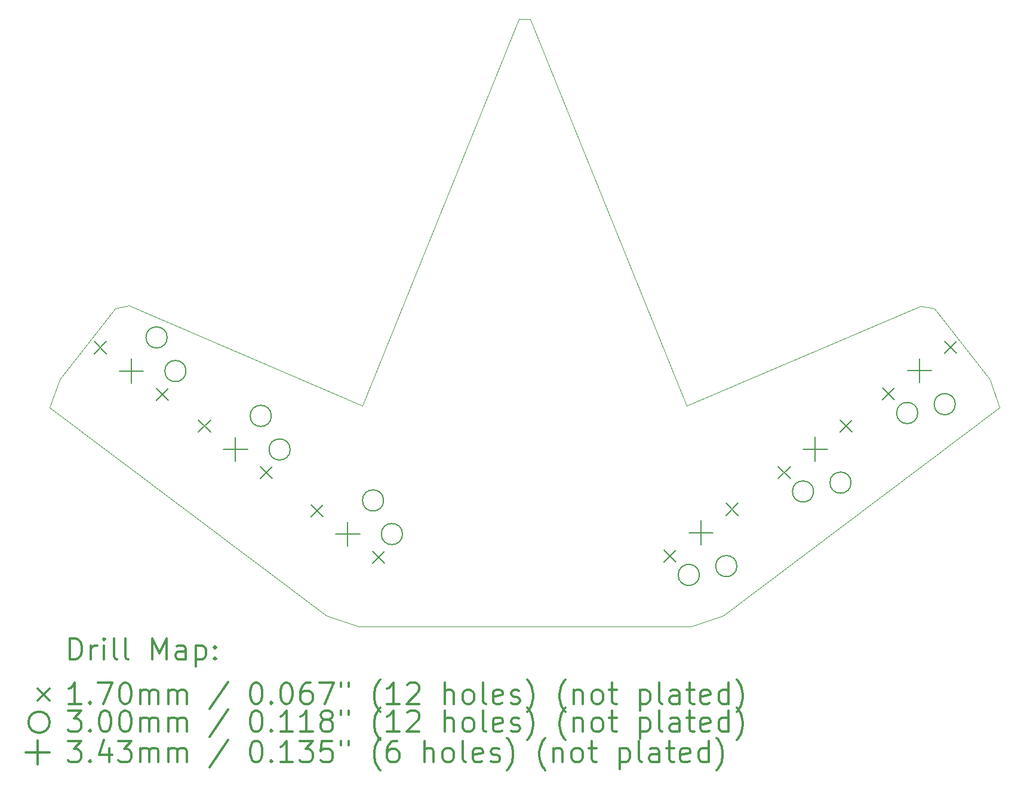
<source format=gbr>
%FSLAX45Y45*%
G04 Gerber Fmt 4.5, Leading zero omitted, Abs format (unit mm)*
G04 Created by KiCad (PCBNEW (5.1.4)-1) date 2023-12-29 13:05:02*
%MOMM*%
%LPD*%
G04 APERTURE LIST*
%ADD10C,0.050000*%
%ADD11C,0.200000*%
%ADD12C,0.300000*%
G04 APERTURE END LIST*
D10*
X17823000Y8834000D02*
X18275000Y8986000D01*
X13109000Y8834000D02*
X12657000Y8986000D01*
X13162876Y11964175D02*
X9852583Y13384721D01*
X13109000Y8834000D02*
X17823000Y8834000D01*
X14812876Y16044175D02*
X15382876Y17454175D01*
X13162876Y11964175D02*
X14812876Y16044175D01*
X8868474Y12337090D02*
X9653755Y13346414D01*
X16112876Y16044175D02*
X15542876Y17454175D01*
X22061504Y12335687D02*
X22200295Y11938777D01*
X21077396Y13383317D02*
X21276224Y13345010D01*
X8729683Y11940181D02*
X12657000Y8986000D01*
X22061504Y12335687D02*
X21276224Y13345010D01*
X15542876Y17454175D02*
X15382876Y17454175D01*
X18275000Y8986000D02*
X22200295Y11938777D01*
X9852583Y13384721D02*
X9653755Y13346414D01*
X8868474Y12337090D02*
X8729683Y11940181D01*
X17762877Y11964175D02*
X21077396Y13383317D01*
X17762877Y11964175D02*
X16112876Y16044175D01*
D11*
X10838387Y11762964D02*
X11008567Y11592784D01*
X11008567Y11762964D02*
X10838387Y11592784D01*
X12430660Y10563088D02*
X12600840Y10392908D01*
X12600840Y10563088D02*
X12430660Y10392908D01*
X20536639Y12217586D02*
X20706819Y12047406D01*
X20706819Y12217586D02*
X20536639Y12047406D01*
X21415138Y12879582D02*
X21585318Y12709402D01*
X21585318Y12879582D02*
X21415138Y12709402D01*
X19059164Y11104228D02*
X19229344Y10934048D01*
X19229344Y11104228D02*
X19059164Y10934048D01*
X19937663Y11766224D02*
X20107843Y11596044D01*
X20107843Y11766224D02*
X19937663Y11596044D01*
X9360911Y12876322D02*
X9531091Y12706142D01*
X9531091Y12876322D02*
X9360911Y12706142D01*
X10239410Y12214325D02*
X10409590Y12044145D01*
X10409590Y12214325D02*
X10239410Y12044145D01*
X11716886Y11100968D02*
X11887066Y10930788D01*
X11887066Y11100968D02*
X11716886Y10930788D01*
X13309159Y9901092D02*
X13479339Y9730912D01*
X13479339Y9901092D02*
X13309159Y9730912D01*
X17439661Y9920092D02*
X17609841Y9749912D01*
X17609841Y9920092D02*
X17439661Y9749912D01*
X18318160Y10582088D02*
X18488340Y10411908D01*
X18488340Y10582088D02*
X18318160Y10411908D01*
X10393331Y12935422D02*
G75*
G03X10393331Y12935422I-150000J0D01*
G01*
X10660249Y12458814D02*
G75*
G03X10660249Y12458814I-150000J0D01*
G01*
X11870806Y11822064D02*
G75*
G03X11870806Y11822064I-150000J0D01*
G01*
X12137725Y11345457D02*
G75*
G03X12137725Y11345457I-150000J0D01*
G01*
X13463080Y10622188D02*
G75*
G03X13463080Y10622188I-150000J0D01*
G01*
X13729998Y10145581D02*
G75*
G03X13729998Y10145581I-150000J0D01*
G01*
X17940363Y9565604D02*
G75*
G03X17940363Y9565604I-150000J0D01*
G01*
X18472080Y9690812D02*
G75*
G03X18472080Y9690812I-150000J0D01*
G01*
X21037342Y11863098D02*
G75*
G03X21037342Y11863098I-150000J0D01*
G01*
X21569059Y11988306D02*
G75*
G03X21569059Y11988306I-150000J0D01*
G01*
X19559866Y10749740D02*
G75*
G03X19559866Y10749740I-150000J0D01*
G01*
X20091583Y10874948D02*
G75*
G03X20091583Y10874948I-150000J0D01*
G01*
X19583503Y11521586D02*
X19583503Y11178686D01*
X19412053Y11350136D02*
X19754953Y11350136D01*
X9885251Y12631684D02*
X9885251Y12288784D01*
X9713801Y12460234D02*
X10056701Y12460234D01*
X11362726Y11518326D02*
X11362726Y11175426D01*
X11191276Y11346876D02*
X11534176Y11346876D01*
X12955000Y10318450D02*
X12955000Y9975550D01*
X12783550Y10147000D02*
X13126450Y10147000D01*
X17964000Y10337450D02*
X17964000Y9994550D01*
X17792550Y10166000D02*
X18135450Y10166000D01*
X21060979Y12634944D02*
X21060979Y12292044D01*
X20889529Y12463494D02*
X21232429Y12463494D01*
D12*
X9013612Y8365786D02*
X9013612Y8665786D01*
X9085040Y8665786D01*
X9127897Y8651500D01*
X9156469Y8622928D01*
X9170754Y8594357D01*
X9185040Y8537214D01*
X9185040Y8494357D01*
X9170754Y8437214D01*
X9156469Y8408643D01*
X9127897Y8380071D01*
X9085040Y8365786D01*
X9013612Y8365786D01*
X9313612Y8365786D02*
X9313612Y8565786D01*
X9313612Y8508643D02*
X9327897Y8537214D01*
X9342183Y8551500D01*
X9370754Y8565786D01*
X9399326Y8565786D01*
X9499326Y8365786D02*
X9499326Y8565786D01*
X9499326Y8665786D02*
X9485040Y8651500D01*
X9499326Y8637214D01*
X9513612Y8651500D01*
X9499326Y8665786D01*
X9499326Y8637214D01*
X9685040Y8365786D02*
X9656469Y8380071D01*
X9642183Y8408643D01*
X9642183Y8665786D01*
X9842183Y8365786D02*
X9813612Y8380071D01*
X9799326Y8408643D01*
X9799326Y8665786D01*
X10185040Y8365786D02*
X10185040Y8665786D01*
X10285040Y8451500D01*
X10385040Y8665786D01*
X10385040Y8365786D01*
X10656469Y8365786D02*
X10656469Y8522928D01*
X10642183Y8551500D01*
X10613612Y8565786D01*
X10556469Y8565786D01*
X10527897Y8551500D01*
X10656469Y8380071D02*
X10627897Y8365786D01*
X10556469Y8365786D01*
X10527897Y8380071D01*
X10513612Y8408643D01*
X10513612Y8437214D01*
X10527897Y8465786D01*
X10556469Y8480071D01*
X10627897Y8480071D01*
X10656469Y8494357D01*
X10799326Y8565786D02*
X10799326Y8265786D01*
X10799326Y8551500D02*
X10827897Y8565786D01*
X10885040Y8565786D01*
X10913612Y8551500D01*
X10927897Y8537214D01*
X10942183Y8508643D01*
X10942183Y8422928D01*
X10927897Y8394357D01*
X10913612Y8380071D01*
X10885040Y8365786D01*
X10827897Y8365786D01*
X10799326Y8380071D01*
X11070754Y8394357D02*
X11085040Y8380071D01*
X11070754Y8365786D01*
X11056469Y8380071D01*
X11070754Y8394357D01*
X11070754Y8365786D01*
X11070754Y8551500D02*
X11085040Y8537214D01*
X11070754Y8522928D01*
X11056469Y8537214D01*
X11070754Y8551500D01*
X11070754Y8522928D01*
X8557003Y7956590D02*
X8727183Y7786410D01*
X8727183Y7956590D02*
X8557003Y7786410D01*
X9170754Y7735786D02*
X8999326Y7735786D01*
X9085040Y7735786D02*
X9085040Y8035786D01*
X9056469Y7992928D01*
X9027897Y7964357D01*
X8999326Y7950071D01*
X9299326Y7764357D02*
X9313612Y7750071D01*
X9299326Y7735786D01*
X9285040Y7750071D01*
X9299326Y7764357D01*
X9299326Y7735786D01*
X9413612Y8035786D02*
X9613612Y8035786D01*
X9485040Y7735786D01*
X9785040Y8035786D02*
X9813612Y8035786D01*
X9842183Y8021500D01*
X9856469Y8007214D01*
X9870754Y7978643D01*
X9885040Y7921500D01*
X9885040Y7850071D01*
X9870754Y7792928D01*
X9856469Y7764357D01*
X9842183Y7750071D01*
X9813612Y7735786D01*
X9785040Y7735786D01*
X9756469Y7750071D01*
X9742183Y7764357D01*
X9727897Y7792928D01*
X9713612Y7850071D01*
X9713612Y7921500D01*
X9727897Y7978643D01*
X9742183Y8007214D01*
X9756469Y8021500D01*
X9785040Y8035786D01*
X10013612Y7735786D02*
X10013612Y7935786D01*
X10013612Y7907214D02*
X10027897Y7921500D01*
X10056469Y7935786D01*
X10099326Y7935786D01*
X10127897Y7921500D01*
X10142183Y7892928D01*
X10142183Y7735786D01*
X10142183Y7892928D02*
X10156469Y7921500D01*
X10185040Y7935786D01*
X10227897Y7935786D01*
X10256469Y7921500D01*
X10270754Y7892928D01*
X10270754Y7735786D01*
X10413612Y7735786D02*
X10413612Y7935786D01*
X10413612Y7907214D02*
X10427897Y7921500D01*
X10456469Y7935786D01*
X10499326Y7935786D01*
X10527897Y7921500D01*
X10542183Y7892928D01*
X10542183Y7735786D01*
X10542183Y7892928D02*
X10556469Y7921500D01*
X10585040Y7935786D01*
X10627897Y7935786D01*
X10656469Y7921500D01*
X10670754Y7892928D01*
X10670754Y7735786D01*
X11256469Y8050071D02*
X10999326Y7664357D01*
X11642183Y8035786D02*
X11670754Y8035786D01*
X11699326Y8021500D01*
X11713611Y8007214D01*
X11727897Y7978643D01*
X11742183Y7921500D01*
X11742183Y7850071D01*
X11727897Y7792928D01*
X11713611Y7764357D01*
X11699326Y7750071D01*
X11670754Y7735786D01*
X11642183Y7735786D01*
X11613611Y7750071D01*
X11599326Y7764357D01*
X11585040Y7792928D01*
X11570754Y7850071D01*
X11570754Y7921500D01*
X11585040Y7978643D01*
X11599326Y8007214D01*
X11613611Y8021500D01*
X11642183Y8035786D01*
X11870754Y7764357D02*
X11885040Y7750071D01*
X11870754Y7735786D01*
X11856469Y7750071D01*
X11870754Y7764357D01*
X11870754Y7735786D01*
X12070754Y8035786D02*
X12099326Y8035786D01*
X12127897Y8021500D01*
X12142183Y8007214D01*
X12156469Y7978643D01*
X12170754Y7921500D01*
X12170754Y7850071D01*
X12156469Y7792928D01*
X12142183Y7764357D01*
X12127897Y7750071D01*
X12099326Y7735786D01*
X12070754Y7735786D01*
X12042183Y7750071D01*
X12027897Y7764357D01*
X12013611Y7792928D01*
X11999326Y7850071D01*
X11999326Y7921500D01*
X12013611Y7978643D01*
X12027897Y8007214D01*
X12042183Y8021500D01*
X12070754Y8035786D01*
X12427897Y8035786D02*
X12370754Y8035786D01*
X12342183Y8021500D01*
X12327897Y8007214D01*
X12299326Y7964357D01*
X12285040Y7907214D01*
X12285040Y7792928D01*
X12299326Y7764357D01*
X12313611Y7750071D01*
X12342183Y7735786D01*
X12399326Y7735786D01*
X12427897Y7750071D01*
X12442183Y7764357D01*
X12456469Y7792928D01*
X12456469Y7864357D01*
X12442183Y7892928D01*
X12427897Y7907214D01*
X12399326Y7921500D01*
X12342183Y7921500D01*
X12313611Y7907214D01*
X12299326Y7892928D01*
X12285040Y7864357D01*
X12556469Y8035786D02*
X12756469Y8035786D01*
X12627897Y7735786D01*
X12856469Y8035786D02*
X12856469Y7978643D01*
X12970754Y8035786D02*
X12970754Y7978643D01*
X13413611Y7621500D02*
X13399326Y7635786D01*
X13370754Y7678643D01*
X13356469Y7707214D01*
X13342183Y7750071D01*
X13327897Y7821500D01*
X13327897Y7878643D01*
X13342183Y7950071D01*
X13356469Y7992928D01*
X13370754Y8021500D01*
X13399326Y8064357D01*
X13413611Y8078643D01*
X13685040Y7735786D02*
X13513611Y7735786D01*
X13599326Y7735786D02*
X13599326Y8035786D01*
X13570754Y7992928D01*
X13542183Y7964357D01*
X13513611Y7950071D01*
X13799326Y8007214D02*
X13813611Y8021500D01*
X13842183Y8035786D01*
X13913611Y8035786D01*
X13942183Y8021500D01*
X13956469Y8007214D01*
X13970754Y7978643D01*
X13970754Y7950071D01*
X13956469Y7907214D01*
X13785040Y7735786D01*
X13970754Y7735786D01*
X14327897Y7735786D02*
X14327897Y8035786D01*
X14456469Y7735786D02*
X14456469Y7892928D01*
X14442183Y7921500D01*
X14413611Y7935786D01*
X14370754Y7935786D01*
X14342183Y7921500D01*
X14327897Y7907214D01*
X14642183Y7735786D02*
X14613611Y7750071D01*
X14599326Y7764357D01*
X14585040Y7792928D01*
X14585040Y7878643D01*
X14599326Y7907214D01*
X14613611Y7921500D01*
X14642183Y7935786D01*
X14685040Y7935786D01*
X14713611Y7921500D01*
X14727897Y7907214D01*
X14742183Y7878643D01*
X14742183Y7792928D01*
X14727897Y7764357D01*
X14713611Y7750071D01*
X14685040Y7735786D01*
X14642183Y7735786D01*
X14913611Y7735786D02*
X14885040Y7750071D01*
X14870754Y7778643D01*
X14870754Y8035786D01*
X15142183Y7750071D02*
X15113611Y7735786D01*
X15056469Y7735786D01*
X15027897Y7750071D01*
X15013611Y7778643D01*
X15013611Y7892928D01*
X15027897Y7921500D01*
X15056469Y7935786D01*
X15113611Y7935786D01*
X15142183Y7921500D01*
X15156469Y7892928D01*
X15156469Y7864357D01*
X15013611Y7835786D01*
X15270754Y7750071D02*
X15299326Y7735786D01*
X15356469Y7735786D01*
X15385040Y7750071D01*
X15399326Y7778643D01*
X15399326Y7792928D01*
X15385040Y7821500D01*
X15356469Y7835786D01*
X15313611Y7835786D01*
X15285040Y7850071D01*
X15270754Y7878643D01*
X15270754Y7892928D01*
X15285040Y7921500D01*
X15313611Y7935786D01*
X15356469Y7935786D01*
X15385040Y7921500D01*
X15499326Y7621500D02*
X15513611Y7635786D01*
X15542183Y7678643D01*
X15556469Y7707214D01*
X15570754Y7750071D01*
X15585040Y7821500D01*
X15585040Y7878643D01*
X15570754Y7950071D01*
X15556469Y7992928D01*
X15542183Y8021500D01*
X15513611Y8064357D01*
X15499326Y8078643D01*
X16042183Y7621500D02*
X16027897Y7635786D01*
X15999326Y7678643D01*
X15985040Y7707214D01*
X15970754Y7750071D01*
X15956469Y7821500D01*
X15956469Y7878643D01*
X15970754Y7950071D01*
X15985040Y7992928D01*
X15999326Y8021500D01*
X16027897Y8064357D01*
X16042183Y8078643D01*
X16156469Y7935786D02*
X16156469Y7735786D01*
X16156469Y7907214D02*
X16170754Y7921500D01*
X16199326Y7935786D01*
X16242183Y7935786D01*
X16270754Y7921500D01*
X16285040Y7892928D01*
X16285040Y7735786D01*
X16470754Y7735786D02*
X16442183Y7750071D01*
X16427897Y7764357D01*
X16413611Y7792928D01*
X16413611Y7878643D01*
X16427897Y7907214D01*
X16442183Y7921500D01*
X16470754Y7935786D01*
X16513611Y7935786D01*
X16542183Y7921500D01*
X16556469Y7907214D01*
X16570754Y7878643D01*
X16570754Y7792928D01*
X16556469Y7764357D01*
X16542183Y7750071D01*
X16513611Y7735786D01*
X16470754Y7735786D01*
X16656469Y7935786D02*
X16770754Y7935786D01*
X16699326Y8035786D02*
X16699326Y7778643D01*
X16713611Y7750071D01*
X16742183Y7735786D01*
X16770754Y7735786D01*
X17099326Y7935786D02*
X17099326Y7635786D01*
X17099326Y7921500D02*
X17127897Y7935786D01*
X17185040Y7935786D01*
X17213612Y7921500D01*
X17227897Y7907214D01*
X17242183Y7878643D01*
X17242183Y7792928D01*
X17227897Y7764357D01*
X17213612Y7750071D01*
X17185040Y7735786D01*
X17127897Y7735786D01*
X17099326Y7750071D01*
X17413612Y7735786D02*
X17385040Y7750071D01*
X17370754Y7778643D01*
X17370754Y8035786D01*
X17656469Y7735786D02*
X17656469Y7892928D01*
X17642183Y7921500D01*
X17613612Y7935786D01*
X17556469Y7935786D01*
X17527897Y7921500D01*
X17656469Y7750071D02*
X17627897Y7735786D01*
X17556469Y7735786D01*
X17527897Y7750071D01*
X17513612Y7778643D01*
X17513612Y7807214D01*
X17527897Y7835786D01*
X17556469Y7850071D01*
X17627897Y7850071D01*
X17656469Y7864357D01*
X17756469Y7935786D02*
X17870754Y7935786D01*
X17799326Y8035786D02*
X17799326Y7778643D01*
X17813612Y7750071D01*
X17842183Y7735786D01*
X17870754Y7735786D01*
X18085040Y7750071D02*
X18056469Y7735786D01*
X17999326Y7735786D01*
X17970754Y7750071D01*
X17956469Y7778643D01*
X17956469Y7892928D01*
X17970754Y7921500D01*
X17999326Y7935786D01*
X18056469Y7935786D01*
X18085040Y7921500D01*
X18099326Y7892928D01*
X18099326Y7864357D01*
X17956469Y7835786D01*
X18356469Y7735786D02*
X18356469Y8035786D01*
X18356469Y7750071D02*
X18327897Y7735786D01*
X18270754Y7735786D01*
X18242183Y7750071D01*
X18227897Y7764357D01*
X18213612Y7792928D01*
X18213612Y7878643D01*
X18227897Y7907214D01*
X18242183Y7921500D01*
X18270754Y7935786D01*
X18327897Y7935786D01*
X18356469Y7921500D01*
X18470754Y7621500D02*
X18485040Y7635786D01*
X18513612Y7678643D01*
X18527897Y7707214D01*
X18542183Y7750071D01*
X18556469Y7821500D01*
X18556469Y7878643D01*
X18542183Y7950071D01*
X18527897Y7992928D01*
X18513612Y8021500D01*
X18485040Y8064357D01*
X18470754Y8078643D01*
X8727183Y7475500D02*
G75*
G03X8727183Y7475500I-150000J0D01*
G01*
X8985040Y7639786D02*
X9170754Y7639786D01*
X9070754Y7525500D01*
X9113612Y7525500D01*
X9142183Y7511214D01*
X9156469Y7496928D01*
X9170754Y7468357D01*
X9170754Y7396928D01*
X9156469Y7368357D01*
X9142183Y7354071D01*
X9113612Y7339786D01*
X9027897Y7339786D01*
X8999326Y7354071D01*
X8985040Y7368357D01*
X9299326Y7368357D02*
X9313612Y7354071D01*
X9299326Y7339786D01*
X9285040Y7354071D01*
X9299326Y7368357D01*
X9299326Y7339786D01*
X9499326Y7639786D02*
X9527897Y7639786D01*
X9556469Y7625500D01*
X9570754Y7611214D01*
X9585040Y7582643D01*
X9599326Y7525500D01*
X9599326Y7454071D01*
X9585040Y7396928D01*
X9570754Y7368357D01*
X9556469Y7354071D01*
X9527897Y7339786D01*
X9499326Y7339786D01*
X9470754Y7354071D01*
X9456469Y7368357D01*
X9442183Y7396928D01*
X9427897Y7454071D01*
X9427897Y7525500D01*
X9442183Y7582643D01*
X9456469Y7611214D01*
X9470754Y7625500D01*
X9499326Y7639786D01*
X9785040Y7639786D02*
X9813612Y7639786D01*
X9842183Y7625500D01*
X9856469Y7611214D01*
X9870754Y7582643D01*
X9885040Y7525500D01*
X9885040Y7454071D01*
X9870754Y7396928D01*
X9856469Y7368357D01*
X9842183Y7354071D01*
X9813612Y7339786D01*
X9785040Y7339786D01*
X9756469Y7354071D01*
X9742183Y7368357D01*
X9727897Y7396928D01*
X9713612Y7454071D01*
X9713612Y7525500D01*
X9727897Y7582643D01*
X9742183Y7611214D01*
X9756469Y7625500D01*
X9785040Y7639786D01*
X10013612Y7339786D02*
X10013612Y7539786D01*
X10013612Y7511214D02*
X10027897Y7525500D01*
X10056469Y7539786D01*
X10099326Y7539786D01*
X10127897Y7525500D01*
X10142183Y7496928D01*
X10142183Y7339786D01*
X10142183Y7496928D02*
X10156469Y7525500D01*
X10185040Y7539786D01*
X10227897Y7539786D01*
X10256469Y7525500D01*
X10270754Y7496928D01*
X10270754Y7339786D01*
X10413612Y7339786D02*
X10413612Y7539786D01*
X10413612Y7511214D02*
X10427897Y7525500D01*
X10456469Y7539786D01*
X10499326Y7539786D01*
X10527897Y7525500D01*
X10542183Y7496928D01*
X10542183Y7339786D01*
X10542183Y7496928D02*
X10556469Y7525500D01*
X10585040Y7539786D01*
X10627897Y7539786D01*
X10656469Y7525500D01*
X10670754Y7496928D01*
X10670754Y7339786D01*
X11256469Y7654071D02*
X10999326Y7268357D01*
X11642183Y7639786D02*
X11670754Y7639786D01*
X11699326Y7625500D01*
X11713611Y7611214D01*
X11727897Y7582643D01*
X11742183Y7525500D01*
X11742183Y7454071D01*
X11727897Y7396928D01*
X11713611Y7368357D01*
X11699326Y7354071D01*
X11670754Y7339786D01*
X11642183Y7339786D01*
X11613611Y7354071D01*
X11599326Y7368357D01*
X11585040Y7396928D01*
X11570754Y7454071D01*
X11570754Y7525500D01*
X11585040Y7582643D01*
X11599326Y7611214D01*
X11613611Y7625500D01*
X11642183Y7639786D01*
X11870754Y7368357D02*
X11885040Y7354071D01*
X11870754Y7339786D01*
X11856469Y7354071D01*
X11870754Y7368357D01*
X11870754Y7339786D01*
X12170754Y7339786D02*
X11999326Y7339786D01*
X12085040Y7339786D02*
X12085040Y7639786D01*
X12056469Y7596928D01*
X12027897Y7568357D01*
X11999326Y7554071D01*
X12456469Y7339786D02*
X12285040Y7339786D01*
X12370754Y7339786D02*
X12370754Y7639786D01*
X12342183Y7596928D01*
X12313611Y7568357D01*
X12285040Y7554071D01*
X12627897Y7511214D02*
X12599326Y7525500D01*
X12585040Y7539786D01*
X12570754Y7568357D01*
X12570754Y7582643D01*
X12585040Y7611214D01*
X12599326Y7625500D01*
X12627897Y7639786D01*
X12685040Y7639786D01*
X12713611Y7625500D01*
X12727897Y7611214D01*
X12742183Y7582643D01*
X12742183Y7568357D01*
X12727897Y7539786D01*
X12713611Y7525500D01*
X12685040Y7511214D01*
X12627897Y7511214D01*
X12599326Y7496928D01*
X12585040Y7482643D01*
X12570754Y7454071D01*
X12570754Y7396928D01*
X12585040Y7368357D01*
X12599326Y7354071D01*
X12627897Y7339786D01*
X12685040Y7339786D01*
X12713611Y7354071D01*
X12727897Y7368357D01*
X12742183Y7396928D01*
X12742183Y7454071D01*
X12727897Y7482643D01*
X12713611Y7496928D01*
X12685040Y7511214D01*
X12856469Y7639786D02*
X12856469Y7582643D01*
X12970754Y7639786D02*
X12970754Y7582643D01*
X13413611Y7225500D02*
X13399326Y7239786D01*
X13370754Y7282643D01*
X13356469Y7311214D01*
X13342183Y7354071D01*
X13327897Y7425500D01*
X13327897Y7482643D01*
X13342183Y7554071D01*
X13356469Y7596928D01*
X13370754Y7625500D01*
X13399326Y7668357D01*
X13413611Y7682643D01*
X13685040Y7339786D02*
X13513611Y7339786D01*
X13599326Y7339786D02*
X13599326Y7639786D01*
X13570754Y7596928D01*
X13542183Y7568357D01*
X13513611Y7554071D01*
X13799326Y7611214D02*
X13813611Y7625500D01*
X13842183Y7639786D01*
X13913611Y7639786D01*
X13942183Y7625500D01*
X13956469Y7611214D01*
X13970754Y7582643D01*
X13970754Y7554071D01*
X13956469Y7511214D01*
X13785040Y7339786D01*
X13970754Y7339786D01*
X14327897Y7339786D02*
X14327897Y7639786D01*
X14456469Y7339786D02*
X14456469Y7496928D01*
X14442183Y7525500D01*
X14413611Y7539786D01*
X14370754Y7539786D01*
X14342183Y7525500D01*
X14327897Y7511214D01*
X14642183Y7339786D02*
X14613611Y7354071D01*
X14599326Y7368357D01*
X14585040Y7396928D01*
X14585040Y7482643D01*
X14599326Y7511214D01*
X14613611Y7525500D01*
X14642183Y7539786D01*
X14685040Y7539786D01*
X14713611Y7525500D01*
X14727897Y7511214D01*
X14742183Y7482643D01*
X14742183Y7396928D01*
X14727897Y7368357D01*
X14713611Y7354071D01*
X14685040Y7339786D01*
X14642183Y7339786D01*
X14913611Y7339786D02*
X14885040Y7354071D01*
X14870754Y7382643D01*
X14870754Y7639786D01*
X15142183Y7354071D02*
X15113611Y7339786D01*
X15056469Y7339786D01*
X15027897Y7354071D01*
X15013611Y7382643D01*
X15013611Y7496928D01*
X15027897Y7525500D01*
X15056469Y7539786D01*
X15113611Y7539786D01*
X15142183Y7525500D01*
X15156469Y7496928D01*
X15156469Y7468357D01*
X15013611Y7439786D01*
X15270754Y7354071D02*
X15299326Y7339786D01*
X15356469Y7339786D01*
X15385040Y7354071D01*
X15399326Y7382643D01*
X15399326Y7396928D01*
X15385040Y7425500D01*
X15356469Y7439786D01*
X15313611Y7439786D01*
X15285040Y7454071D01*
X15270754Y7482643D01*
X15270754Y7496928D01*
X15285040Y7525500D01*
X15313611Y7539786D01*
X15356469Y7539786D01*
X15385040Y7525500D01*
X15499326Y7225500D02*
X15513611Y7239786D01*
X15542183Y7282643D01*
X15556469Y7311214D01*
X15570754Y7354071D01*
X15585040Y7425500D01*
X15585040Y7482643D01*
X15570754Y7554071D01*
X15556469Y7596928D01*
X15542183Y7625500D01*
X15513611Y7668357D01*
X15499326Y7682643D01*
X16042183Y7225500D02*
X16027897Y7239786D01*
X15999326Y7282643D01*
X15985040Y7311214D01*
X15970754Y7354071D01*
X15956469Y7425500D01*
X15956469Y7482643D01*
X15970754Y7554071D01*
X15985040Y7596928D01*
X15999326Y7625500D01*
X16027897Y7668357D01*
X16042183Y7682643D01*
X16156469Y7539786D02*
X16156469Y7339786D01*
X16156469Y7511214D02*
X16170754Y7525500D01*
X16199326Y7539786D01*
X16242183Y7539786D01*
X16270754Y7525500D01*
X16285040Y7496928D01*
X16285040Y7339786D01*
X16470754Y7339786D02*
X16442183Y7354071D01*
X16427897Y7368357D01*
X16413611Y7396928D01*
X16413611Y7482643D01*
X16427897Y7511214D01*
X16442183Y7525500D01*
X16470754Y7539786D01*
X16513611Y7539786D01*
X16542183Y7525500D01*
X16556469Y7511214D01*
X16570754Y7482643D01*
X16570754Y7396928D01*
X16556469Y7368357D01*
X16542183Y7354071D01*
X16513611Y7339786D01*
X16470754Y7339786D01*
X16656469Y7539786D02*
X16770754Y7539786D01*
X16699326Y7639786D02*
X16699326Y7382643D01*
X16713611Y7354071D01*
X16742183Y7339786D01*
X16770754Y7339786D01*
X17099326Y7539786D02*
X17099326Y7239786D01*
X17099326Y7525500D02*
X17127897Y7539786D01*
X17185040Y7539786D01*
X17213612Y7525500D01*
X17227897Y7511214D01*
X17242183Y7482643D01*
X17242183Y7396928D01*
X17227897Y7368357D01*
X17213612Y7354071D01*
X17185040Y7339786D01*
X17127897Y7339786D01*
X17099326Y7354071D01*
X17413612Y7339786D02*
X17385040Y7354071D01*
X17370754Y7382643D01*
X17370754Y7639786D01*
X17656469Y7339786D02*
X17656469Y7496928D01*
X17642183Y7525500D01*
X17613612Y7539786D01*
X17556469Y7539786D01*
X17527897Y7525500D01*
X17656469Y7354071D02*
X17627897Y7339786D01*
X17556469Y7339786D01*
X17527897Y7354071D01*
X17513612Y7382643D01*
X17513612Y7411214D01*
X17527897Y7439786D01*
X17556469Y7454071D01*
X17627897Y7454071D01*
X17656469Y7468357D01*
X17756469Y7539786D02*
X17870754Y7539786D01*
X17799326Y7639786D02*
X17799326Y7382643D01*
X17813612Y7354071D01*
X17842183Y7339786D01*
X17870754Y7339786D01*
X18085040Y7354071D02*
X18056469Y7339786D01*
X17999326Y7339786D01*
X17970754Y7354071D01*
X17956469Y7382643D01*
X17956469Y7496928D01*
X17970754Y7525500D01*
X17999326Y7539786D01*
X18056469Y7539786D01*
X18085040Y7525500D01*
X18099326Y7496928D01*
X18099326Y7468357D01*
X17956469Y7439786D01*
X18356469Y7339786D02*
X18356469Y7639786D01*
X18356469Y7354071D02*
X18327897Y7339786D01*
X18270754Y7339786D01*
X18242183Y7354071D01*
X18227897Y7368357D01*
X18213612Y7396928D01*
X18213612Y7482643D01*
X18227897Y7511214D01*
X18242183Y7525500D01*
X18270754Y7539786D01*
X18327897Y7539786D01*
X18356469Y7525500D01*
X18470754Y7225500D02*
X18485040Y7239786D01*
X18513612Y7282643D01*
X18527897Y7311214D01*
X18542183Y7354071D01*
X18556469Y7425500D01*
X18556469Y7482643D01*
X18542183Y7554071D01*
X18527897Y7596928D01*
X18513612Y7625500D01*
X18485040Y7668357D01*
X18470754Y7682643D01*
X8555733Y7216950D02*
X8555733Y6874050D01*
X8384283Y7045500D02*
X8727183Y7045500D01*
X8985040Y7209786D02*
X9170754Y7209786D01*
X9070754Y7095500D01*
X9113612Y7095500D01*
X9142183Y7081214D01*
X9156469Y7066928D01*
X9170754Y7038357D01*
X9170754Y6966928D01*
X9156469Y6938357D01*
X9142183Y6924071D01*
X9113612Y6909786D01*
X9027897Y6909786D01*
X8999326Y6924071D01*
X8985040Y6938357D01*
X9299326Y6938357D02*
X9313612Y6924071D01*
X9299326Y6909786D01*
X9285040Y6924071D01*
X9299326Y6938357D01*
X9299326Y6909786D01*
X9570754Y7109786D02*
X9570754Y6909786D01*
X9499326Y7224071D02*
X9427897Y7009786D01*
X9613612Y7009786D01*
X9699326Y7209786D02*
X9885040Y7209786D01*
X9785040Y7095500D01*
X9827897Y7095500D01*
X9856469Y7081214D01*
X9870754Y7066928D01*
X9885040Y7038357D01*
X9885040Y6966928D01*
X9870754Y6938357D01*
X9856469Y6924071D01*
X9827897Y6909786D01*
X9742183Y6909786D01*
X9713612Y6924071D01*
X9699326Y6938357D01*
X10013612Y6909786D02*
X10013612Y7109786D01*
X10013612Y7081214D02*
X10027897Y7095500D01*
X10056469Y7109786D01*
X10099326Y7109786D01*
X10127897Y7095500D01*
X10142183Y7066928D01*
X10142183Y6909786D01*
X10142183Y7066928D02*
X10156469Y7095500D01*
X10185040Y7109786D01*
X10227897Y7109786D01*
X10256469Y7095500D01*
X10270754Y7066928D01*
X10270754Y6909786D01*
X10413612Y6909786D02*
X10413612Y7109786D01*
X10413612Y7081214D02*
X10427897Y7095500D01*
X10456469Y7109786D01*
X10499326Y7109786D01*
X10527897Y7095500D01*
X10542183Y7066928D01*
X10542183Y6909786D01*
X10542183Y7066928D02*
X10556469Y7095500D01*
X10585040Y7109786D01*
X10627897Y7109786D01*
X10656469Y7095500D01*
X10670754Y7066928D01*
X10670754Y6909786D01*
X11256469Y7224071D02*
X10999326Y6838357D01*
X11642183Y7209786D02*
X11670754Y7209786D01*
X11699326Y7195500D01*
X11713611Y7181214D01*
X11727897Y7152643D01*
X11742183Y7095500D01*
X11742183Y7024071D01*
X11727897Y6966928D01*
X11713611Y6938357D01*
X11699326Y6924071D01*
X11670754Y6909786D01*
X11642183Y6909786D01*
X11613611Y6924071D01*
X11599326Y6938357D01*
X11585040Y6966928D01*
X11570754Y7024071D01*
X11570754Y7095500D01*
X11585040Y7152643D01*
X11599326Y7181214D01*
X11613611Y7195500D01*
X11642183Y7209786D01*
X11870754Y6938357D02*
X11885040Y6924071D01*
X11870754Y6909786D01*
X11856469Y6924071D01*
X11870754Y6938357D01*
X11870754Y6909786D01*
X12170754Y6909786D02*
X11999326Y6909786D01*
X12085040Y6909786D02*
X12085040Y7209786D01*
X12056469Y7166928D01*
X12027897Y7138357D01*
X11999326Y7124071D01*
X12270754Y7209786D02*
X12456469Y7209786D01*
X12356469Y7095500D01*
X12399326Y7095500D01*
X12427897Y7081214D01*
X12442183Y7066928D01*
X12456469Y7038357D01*
X12456469Y6966928D01*
X12442183Y6938357D01*
X12427897Y6924071D01*
X12399326Y6909786D01*
X12313611Y6909786D01*
X12285040Y6924071D01*
X12270754Y6938357D01*
X12727897Y7209786D02*
X12585040Y7209786D01*
X12570754Y7066928D01*
X12585040Y7081214D01*
X12613611Y7095500D01*
X12685040Y7095500D01*
X12713611Y7081214D01*
X12727897Y7066928D01*
X12742183Y7038357D01*
X12742183Y6966928D01*
X12727897Y6938357D01*
X12713611Y6924071D01*
X12685040Y6909786D01*
X12613611Y6909786D01*
X12585040Y6924071D01*
X12570754Y6938357D01*
X12856469Y7209786D02*
X12856469Y7152643D01*
X12970754Y7209786D02*
X12970754Y7152643D01*
X13413611Y6795500D02*
X13399326Y6809786D01*
X13370754Y6852643D01*
X13356469Y6881214D01*
X13342183Y6924071D01*
X13327897Y6995500D01*
X13327897Y7052643D01*
X13342183Y7124071D01*
X13356469Y7166928D01*
X13370754Y7195500D01*
X13399326Y7238357D01*
X13413611Y7252643D01*
X13656469Y7209786D02*
X13599326Y7209786D01*
X13570754Y7195500D01*
X13556469Y7181214D01*
X13527897Y7138357D01*
X13513611Y7081214D01*
X13513611Y6966928D01*
X13527897Y6938357D01*
X13542183Y6924071D01*
X13570754Y6909786D01*
X13627897Y6909786D01*
X13656469Y6924071D01*
X13670754Y6938357D01*
X13685040Y6966928D01*
X13685040Y7038357D01*
X13670754Y7066928D01*
X13656469Y7081214D01*
X13627897Y7095500D01*
X13570754Y7095500D01*
X13542183Y7081214D01*
X13527897Y7066928D01*
X13513611Y7038357D01*
X14042183Y6909786D02*
X14042183Y7209786D01*
X14170754Y6909786D02*
X14170754Y7066928D01*
X14156469Y7095500D01*
X14127897Y7109786D01*
X14085040Y7109786D01*
X14056469Y7095500D01*
X14042183Y7081214D01*
X14356469Y6909786D02*
X14327897Y6924071D01*
X14313611Y6938357D01*
X14299326Y6966928D01*
X14299326Y7052643D01*
X14313611Y7081214D01*
X14327897Y7095500D01*
X14356469Y7109786D01*
X14399326Y7109786D01*
X14427897Y7095500D01*
X14442183Y7081214D01*
X14456469Y7052643D01*
X14456469Y6966928D01*
X14442183Y6938357D01*
X14427897Y6924071D01*
X14399326Y6909786D01*
X14356469Y6909786D01*
X14627897Y6909786D02*
X14599326Y6924071D01*
X14585040Y6952643D01*
X14585040Y7209786D01*
X14856469Y6924071D02*
X14827897Y6909786D01*
X14770754Y6909786D01*
X14742183Y6924071D01*
X14727897Y6952643D01*
X14727897Y7066928D01*
X14742183Y7095500D01*
X14770754Y7109786D01*
X14827897Y7109786D01*
X14856469Y7095500D01*
X14870754Y7066928D01*
X14870754Y7038357D01*
X14727897Y7009786D01*
X14985040Y6924071D02*
X15013611Y6909786D01*
X15070754Y6909786D01*
X15099326Y6924071D01*
X15113611Y6952643D01*
X15113611Y6966928D01*
X15099326Y6995500D01*
X15070754Y7009786D01*
X15027897Y7009786D01*
X14999326Y7024071D01*
X14985040Y7052643D01*
X14985040Y7066928D01*
X14999326Y7095500D01*
X15027897Y7109786D01*
X15070754Y7109786D01*
X15099326Y7095500D01*
X15213611Y6795500D02*
X15227897Y6809786D01*
X15256469Y6852643D01*
X15270754Y6881214D01*
X15285040Y6924071D01*
X15299326Y6995500D01*
X15299326Y7052643D01*
X15285040Y7124071D01*
X15270754Y7166928D01*
X15256469Y7195500D01*
X15227897Y7238357D01*
X15213611Y7252643D01*
X15756469Y6795500D02*
X15742183Y6809786D01*
X15713611Y6852643D01*
X15699326Y6881214D01*
X15685040Y6924071D01*
X15670754Y6995500D01*
X15670754Y7052643D01*
X15685040Y7124071D01*
X15699326Y7166928D01*
X15713611Y7195500D01*
X15742183Y7238357D01*
X15756469Y7252643D01*
X15870754Y7109786D02*
X15870754Y6909786D01*
X15870754Y7081214D02*
X15885040Y7095500D01*
X15913611Y7109786D01*
X15956469Y7109786D01*
X15985040Y7095500D01*
X15999326Y7066928D01*
X15999326Y6909786D01*
X16185040Y6909786D02*
X16156469Y6924071D01*
X16142183Y6938357D01*
X16127897Y6966928D01*
X16127897Y7052643D01*
X16142183Y7081214D01*
X16156469Y7095500D01*
X16185040Y7109786D01*
X16227897Y7109786D01*
X16256469Y7095500D01*
X16270754Y7081214D01*
X16285040Y7052643D01*
X16285040Y6966928D01*
X16270754Y6938357D01*
X16256469Y6924071D01*
X16227897Y6909786D01*
X16185040Y6909786D01*
X16370754Y7109786D02*
X16485040Y7109786D01*
X16413611Y7209786D02*
X16413611Y6952643D01*
X16427897Y6924071D01*
X16456469Y6909786D01*
X16485040Y6909786D01*
X16813612Y7109786D02*
X16813612Y6809786D01*
X16813612Y7095500D02*
X16842183Y7109786D01*
X16899326Y7109786D01*
X16927897Y7095500D01*
X16942183Y7081214D01*
X16956469Y7052643D01*
X16956469Y6966928D01*
X16942183Y6938357D01*
X16927897Y6924071D01*
X16899326Y6909786D01*
X16842183Y6909786D01*
X16813612Y6924071D01*
X17127897Y6909786D02*
X17099326Y6924071D01*
X17085040Y6952643D01*
X17085040Y7209786D01*
X17370754Y6909786D02*
X17370754Y7066928D01*
X17356469Y7095500D01*
X17327897Y7109786D01*
X17270754Y7109786D01*
X17242183Y7095500D01*
X17370754Y6924071D02*
X17342183Y6909786D01*
X17270754Y6909786D01*
X17242183Y6924071D01*
X17227897Y6952643D01*
X17227897Y6981214D01*
X17242183Y7009786D01*
X17270754Y7024071D01*
X17342183Y7024071D01*
X17370754Y7038357D01*
X17470754Y7109786D02*
X17585040Y7109786D01*
X17513612Y7209786D02*
X17513612Y6952643D01*
X17527897Y6924071D01*
X17556469Y6909786D01*
X17585040Y6909786D01*
X17799326Y6924071D02*
X17770754Y6909786D01*
X17713612Y6909786D01*
X17685040Y6924071D01*
X17670754Y6952643D01*
X17670754Y7066928D01*
X17685040Y7095500D01*
X17713612Y7109786D01*
X17770754Y7109786D01*
X17799326Y7095500D01*
X17813612Y7066928D01*
X17813612Y7038357D01*
X17670754Y7009786D01*
X18070754Y6909786D02*
X18070754Y7209786D01*
X18070754Y6924071D02*
X18042183Y6909786D01*
X17985040Y6909786D01*
X17956469Y6924071D01*
X17942183Y6938357D01*
X17927897Y6966928D01*
X17927897Y7052643D01*
X17942183Y7081214D01*
X17956469Y7095500D01*
X17985040Y7109786D01*
X18042183Y7109786D01*
X18070754Y7095500D01*
X18185040Y6795500D02*
X18199326Y6809786D01*
X18227897Y6852643D01*
X18242183Y6881214D01*
X18256469Y6924071D01*
X18270754Y6995500D01*
X18270754Y7052643D01*
X18256469Y7124071D01*
X18242183Y7166928D01*
X18227897Y7195500D01*
X18199326Y7238357D01*
X18185040Y7252643D01*
M02*

</source>
